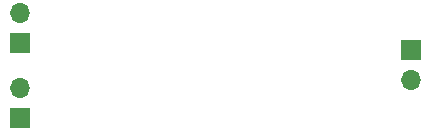
<source format=gbr>
%TF.GenerationSoftware,KiCad,Pcbnew,8.0.6*%
%TF.CreationDate,2024-11-26T14:02:48+01:00*%
%TF.ProjectId,Tiny Solar Supply,54696e79-2053-46f6-9c61-722053757070,rev?*%
%TF.SameCoordinates,Original*%
%TF.FileFunction,Soldermask,Bot*%
%TF.FilePolarity,Negative*%
%FSLAX46Y46*%
G04 Gerber Fmt 4.6, Leading zero omitted, Abs format (unit mm)*
G04 Created by KiCad (PCBNEW 8.0.6) date 2024-11-26 14:02:48*
%MOMM*%
%LPD*%
G01*
G04 APERTURE LIST*
%ADD10R,1.700000X1.700000*%
%ADD11O,1.700000X1.700000*%
G04 APERTURE END LIST*
D10*
%TO.C,J4*%
X48260000Y-100330000D03*
D11*
X48260000Y-97790000D03*
%TD*%
D10*
%TO.C,J1*%
X81350000Y-100960000D03*
D11*
X81350000Y-103500000D03*
%TD*%
D10*
%TO.C,J2*%
X48260000Y-106685000D03*
D11*
X48260000Y-104145000D03*
%TD*%
M02*

</source>
